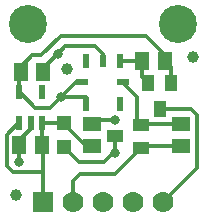
<source format=gbr>
G04 EAGLE Gerber RS-274X export*
G75*
%MOMM*%
%FSLAX34Y34*%
%LPD*%
%INTop Copper*%
%IPPOS*%
%AMOC8*
5,1,8,0,0,1.08239X$1,22.5*%
G01*
%ADD10R,1.300000X1.500000*%
%ADD11C,1.000000*%
%ADD12C,3.216000*%
%ADD13R,0.550000X1.200000*%
%ADD14R,1.000000X1.400000*%
%ADD15R,1.400000X1.000000*%
%ADD16R,1.300000X1.200000*%
%ADD17R,1.500000X1.300000*%
%ADD18R,0.500000X1.200000*%
%ADD19R,1.100000X0.600000*%
%ADD20R,0.600000X1.100000*%
%ADD21R,1.778000X1.778000*%
%ADD22C,1.778000*%
%ADD23C,0.304800*%
%ADD24C,0.800100*%


D10*
X19710Y124460D03*
X38710Y124460D03*
D11*
X15240Y20320D03*
D12*
X25400Y165100D03*
X152400Y165100D03*
D10*
X37440Y62230D03*
X18440Y62230D03*
D13*
X18440Y80979D03*
X27940Y80979D03*
X37440Y80979D03*
X37440Y106981D03*
X18440Y106981D03*
D14*
X137160Y93140D03*
X127660Y115140D03*
X146660Y115140D03*
D15*
X99490Y69850D03*
X121490Y79350D03*
X121490Y60350D03*
D16*
X55880Y60960D03*
X55880Y81280D03*
D17*
X80010Y61620D03*
X80010Y80620D03*
D10*
X141580Y133350D03*
X122580Y133350D03*
D17*
X154940Y80620D03*
X154940Y61620D03*
D11*
X165100Y137160D03*
D18*
X74400Y133570D03*
D19*
X71400Y115570D03*
D18*
X74400Y97570D03*
X103400Y97570D03*
D19*
X106400Y115570D03*
D18*
X103400Y133570D03*
D20*
X88900Y133570D03*
D21*
X38100Y13970D03*
D22*
X63500Y13970D03*
X88900Y13970D03*
X114300Y13970D03*
X139700Y13970D03*
D11*
X58420Y127000D03*
D23*
X82550Y146050D02*
X88900Y139700D01*
X88900Y133570D01*
X27940Y80979D02*
X27940Y76200D01*
X21590Y69850D01*
X21590Y65380D01*
X18440Y62230D01*
D24*
X50800Y139700D03*
D23*
X18440Y62230D02*
X17780Y61570D01*
X17780Y48260D01*
D24*
X17780Y48260D03*
D23*
X57150Y146050D02*
X82550Y146050D01*
X41910Y124460D02*
X38710Y124460D01*
X41910Y124460D02*
X41910Y130810D01*
X50800Y139700D01*
X57150Y146050D01*
X104450Y133350D02*
X122580Y133350D01*
X122580Y120220D02*
X127660Y115140D01*
X122580Y120220D02*
X122580Y133350D01*
X104450Y133350D02*
X104230Y133570D01*
X103400Y133570D01*
X122760Y80620D02*
X121490Y79350D01*
X122760Y80620D02*
X154940Y80620D01*
X121490Y79350D02*
X118110Y82730D01*
X118110Y102870D01*
X106400Y114580D01*
X106400Y115570D01*
X168910Y43180D02*
X139700Y13970D01*
X168910Y43180D02*
X168910Y87630D01*
X163400Y93140D01*
X137160Y93140D01*
X83210Y83820D02*
X80010Y80620D01*
X83210Y83820D02*
X99060Y83820D01*
D24*
X99060Y83820D03*
D23*
X68580Y48260D02*
X55880Y60960D01*
X68580Y48260D02*
X90170Y48260D01*
X99490Y57580D01*
X99490Y69850D01*
D24*
X99060Y55880D03*
D23*
X99490Y55880D02*
X99490Y54180D01*
X99490Y55880D02*
X99490Y57580D01*
X99490Y55880D02*
X99060Y55880D01*
X19710Y124460D02*
X18440Y124460D01*
X18440Y106981D01*
X53340Y102870D02*
X66040Y115570D01*
X71400Y115570D01*
X74400Y102870D02*
X74400Y97570D01*
X74400Y102870D02*
X53340Y102870D01*
X99240Y38100D02*
X121490Y60350D01*
X99240Y38100D02*
X69850Y38100D01*
X63500Y31750D01*
X63500Y13970D01*
X121490Y60350D02*
X122760Y61620D01*
X154940Y61620D01*
D24*
X53340Y102870D03*
D23*
X141580Y133350D02*
X146660Y128270D01*
X146660Y115140D01*
X19710Y124460D02*
X19710Y128930D01*
X29210Y138430D01*
X36830Y138430D01*
X53340Y154940D01*
X125730Y154940D01*
X142240Y134010D02*
X141580Y133350D01*
X18749Y106981D02*
X18440Y106981D01*
X18749Y106981D02*
X31750Y93980D01*
X44450Y93980D01*
X53340Y102870D01*
X125730Y154940D02*
X141580Y139090D01*
X141580Y133350D01*
X37440Y80979D02*
X37440Y62230D01*
X55880Y80010D02*
X55880Y81280D01*
X55880Y80010D02*
X73660Y62230D01*
X79400Y62230D01*
X80010Y61620D01*
X38100Y61570D02*
X37440Y62230D01*
X38100Y61570D02*
X38100Y39370D01*
X38100Y13970D01*
X18440Y80979D02*
X17479Y80979D01*
X7620Y71120D01*
X7620Y44450D01*
X12700Y39370D01*
X38100Y39370D01*
X37440Y80979D02*
X37741Y81280D01*
X55880Y81280D01*
M02*

</source>
